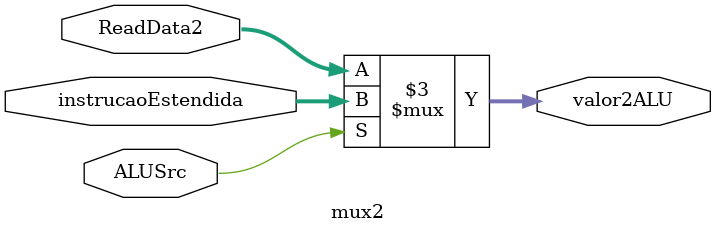
<source format=v>
module mux2(ALUSrc, ReadData2, instrucaoEstendida, valor2ALU);
	input [31:0] ReadData2, instrucaoEstendida;
	input ALUSrc;
	output reg [31:0] valor2ALU;
	
	always @(ReadData2 or instrucaoEstendida or ALUSrc) begin
		if(ALUSrc)
			valor2ALU = instrucaoEstendida;
		else
			valor2ALU = ReadData2;
	end
	
endmodule

/*
module simulamux2();
	reg [31:0] ReadData2, instrucaoEstendida;
	reg ALUSrc;
	wire [31:0] valor2ALU;
	
	mux2 inst(ALUSrc, ReadData2, instrucaoEstendida, valor2ALU);
	
	initial begin
		$dumpfile("teste.vcd");
		$dumpvars;
		
		    ReadData2 = 123; instrucaoEstendida = 146; ALUSrc = 1;
		#4  ReadData2 = 153; instrucaoEstendida = 9431; ALUSrc = 1;
		#4  ReadData2 = 176533; instrucaoEstendida = 76; ALUSrc = 0;
		#4  ReadData2 = 161; instrucaoEstendida = 457; ALUSrc = 1;
		#4  ReadData2 = 1432; instrucaoEstendida = 8732; ALUSrc = 0;
		#4  ReadData2 = 1613; instrucaoEstendida = 8327; ALUSrc = 1;
		#4  ReadData2 = 151; instrucaoEstendida = 854; ALUSrc = 0;
		#4  ReadData2 = 161; instrucaoEstendida = 8134; ALUSrc = 0;
		#4  ReadData2 = 658; instrucaoEstendida = 14711; ALUSrc = 1;
		#4  ReadData2 = 942; instrucaoEstendida = 8653; ALUSrc = 0;
		
		#3 $finish;
	end
endmodule
*/

</source>
